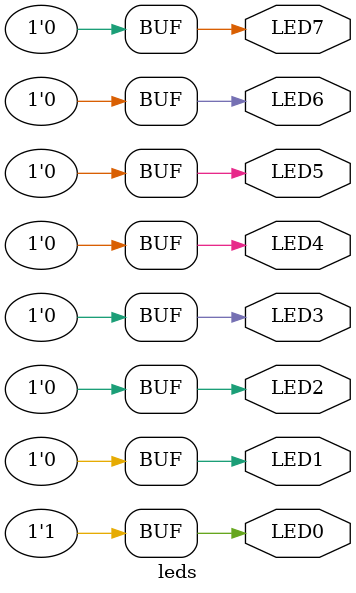
<source format=v>
module leds(	// file.cleaned.mlir:2:3
  output LED0,	// file.cleaned.mlir:2:23
         LED1,	// file.cleaned.mlir:2:38
         LED2,	// file.cleaned.mlir:2:53
         LED3,	// file.cleaned.mlir:2:68
         LED4,	// file.cleaned.mlir:2:83
         LED5,	// file.cleaned.mlir:2:98
         LED6,	// file.cleaned.mlir:2:113
         LED7	// file.cleaned.mlir:2:128
);

  assign LED0 = 1'h1;	// file.cleaned.mlir:3:13, :5:5
  assign LED1 = 1'h0;	// file.cleaned.mlir:4:14, :5:5
  assign LED2 = 1'h0;	// file.cleaned.mlir:4:14, :5:5
  assign LED3 = 1'h0;	// file.cleaned.mlir:4:14, :5:5
  assign LED4 = 1'h0;	// file.cleaned.mlir:4:14, :5:5
  assign LED5 = 1'h0;	// file.cleaned.mlir:4:14, :5:5
  assign LED6 = 1'h0;	// file.cleaned.mlir:4:14, :5:5
  assign LED7 = 1'h0;	// file.cleaned.mlir:4:14, :5:5
endmodule


</source>
